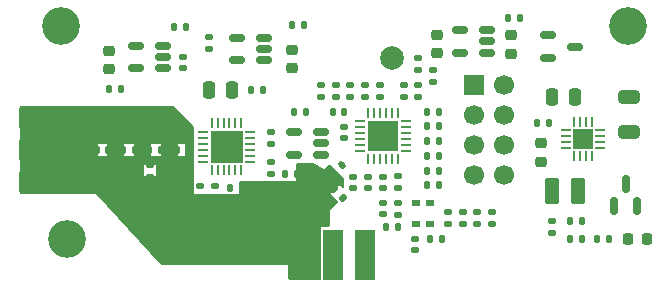
<source format=gbr>
%TF.GenerationSoftware,KiCad,Pcbnew,9.0.1-1.fc42*%
%TF.CreationDate,2025-04-12T13:57:24+02:00*%
%TF.ProjectId,ADF4158_PCB,41444634-3135-4385-9f50-43422e6b6963,rev?*%
%TF.SameCoordinates,Original*%
%TF.FileFunction,Soldermask,Top*%
%TF.FilePolarity,Negative*%
%FSLAX46Y46*%
G04 Gerber Fmt 4.6, Leading zero omitted, Abs format (unit mm)*
G04 Created by KiCad (PCBNEW 9.0.1-1.fc42) date 2025-04-12 13:57:24*
%MOMM*%
%LPD*%
G01*
G04 APERTURE LIST*
G04 Aperture macros list*
%AMRoundRect*
0 Rectangle with rounded corners*
0 $1 Rounding radius*
0 $2 $3 $4 $5 $6 $7 $8 $9 X,Y pos of 4 corners*
0 Add a 4 corners polygon primitive as box body*
4,1,4,$2,$3,$4,$5,$6,$7,$8,$9,$2,$3,0*
0 Add four circle primitives for the rounded corners*
1,1,$1+$1,$2,$3*
1,1,$1+$1,$4,$5*
1,1,$1+$1,$6,$7*
1,1,$1+$1,$8,$9*
0 Add four rect primitives between the rounded corners*
20,1,$1+$1,$2,$3,$4,$5,0*
20,1,$1+$1,$4,$5,$6,$7,0*
20,1,$1+$1,$6,$7,$8,$9,0*
20,1,$1+$1,$8,$9,$2,$3,0*%
G04 Aperture macros list end*
%ADD10C,3.200000*%
%ADD11RoundRect,0.062500X0.325000X0.062500X-0.325000X0.062500X-0.325000X-0.062500X0.325000X-0.062500X0*%
%ADD12RoundRect,0.062500X0.062500X0.325000X-0.062500X0.325000X-0.062500X-0.325000X0.062500X-0.325000X0*%
%ADD13R,2.800000X2.800000*%
%ADD14RoundRect,0.140000X0.140000X0.170000X-0.140000X0.170000X-0.140000X-0.170000X0.140000X-0.170000X0*%
%ADD15RoundRect,0.135000X0.135000X0.185000X-0.135000X0.185000X-0.135000X-0.185000X0.135000X-0.185000X0*%
%ADD16RoundRect,0.140000X0.170000X-0.140000X0.170000X0.140000X-0.170000X0.140000X-0.170000X-0.140000X0*%
%ADD17R,0.800000X0.600000*%
%ADD18RoundRect,0.140000X-0.170000X0.140000X-0.170000X-0.140000X0.170000X-0.140000X0.170000X0.140000X0*%
%ADD19RoundRect,0.150000X0.512500X0.150000X-0.512500X0.150000X-0.512500X-0.150000X0.512500X-0.150000X0*%
%ADD20C,2.000000*%
%ADD21RoundRect,0.250000X0.375000X0.850000X-0.375000X0.850000X-0.375000X-0.850000X0.375000X-0.850000X0*%
%ADD22R,1.800000X4.200000*%
%ADD23RoundRect,0.135000X-0.185000X0.135000X-0.185000X-0.135000X0.185000X-0.135000X0.185000X0.135000X0*%
%ADD24RoundRect,0.062500X-0.375000X-0.062500X0.375000X-0.062500X0.375000X0.062500X-0.375000X0.062500X0*%
%ADD25RoundRect,0.062500X-0.062500X-0.375000X0.062500X-0.375000X0.062500X0.375000X-0.062500X0.375000X0*%
%ADD26R,2.500000X2.500000*%
%ADD27RoundRect,0.135000X-0.135000X-0.185000X0.135000X-0.185000X0.135000X0.185000X-0.135000X0.185000X0*%
%ADD28RoundRect,0.250000X-0.650000X0.325000X-0.650000X-0.325000X0.650000X-0.325000X0.650000X0.325000X0*%
%ADD29RoundRect,0.135000X0.185000X-0.135000X0.185000X0.135000X-0.185000X0.135000X-0.185000X-0.135000X0*%
%ADD30RoundRect,0.218750X0.218750X0.256250X-0.218750X0.256250X-0.218750X-0.256250X0.218750X-0.256250X0*%
%ADD31RoundRect,0.150000X-0.512500X-0.150000X0.512500X-0.150000X0.512500X0.150000X-0.512500X0.150000X0*%
%ADD32RoundRect,0.150000X0.150000X-0.587500X0.150000X0.587500X-0.150000X0.587500X-0.150000X-0.587500X0*%
%ADD33RoundRect,0.062500X0.062500X-0.350000X0.062500X0.350000X-0.062500X0.350000X-0.062500X-0.350000X0*%
%ADD34RoundRect,0.062500X0.350000X-0.062500X0.350000X0.062500X-0.350000X0.062500X-0.350000X-0.062500X0*%
%ADD35R,1.680000X1.680000*%
%ADD36RoundRect,0.135000X0.226274X0.035355X0.035355X0.226274X-0.226274X-0.035355X-0.035355X-0.226274X0*%
%ADD37R,4.200000X1.800000*%
%ADD38RoundRect,0.225000X0.250000X-0.225000X0.250000X0.225000X-0.250000X0.225000X-0.250000X-0.225000X0*%
%ADD39RoundRect,0.250000X0.250000X0.475000X-0.250000X0.475000X-0.250000X-0.475000X0.250000X-0.475000X0*%
%ADD40RoundRect,0.140000X-0.140000X-0.170000X0.140000X-0.170000X0.140000X0.170000X-0.140000X0.170000X0*%
%ADD41RoundRect,0.140000X-0.021213X0.219203X-0.219203X0.021213X0.021213X-0.219203X0.219203X-0.021213X0*%
%ADD42R,1.700000X1.700000*%
%ADD43C,1.700000*%
G04 APERTURE END LIST*
D10*
%TO.C,REF\u002A\u002A*%
X174000000Y-91500000D03*
%TD*%
%TO.C,REF\u002A\u002A*%
X126000000Y-91500000D03*
%TD*%
%TO.C,REF\u002A\u002A*%
X126500000Y-109500000D03*
%TD*%
D11*
%TO.C,U4*%
X142000000Y-102987500D03*
X142000000Y-102487500D03*
X142000000Y-101987500D03*
X142000000Y-101487500D03*
X142000000Y-100987500D03*
X142000000Y-100487500D03*
D12*
X141262500Y-99750000D03*
X140762500Y-99750000D03*
X140262500Y-99750000D03*
X139762500Y-99750000D03*
X139262500Y-99750000D03*
X138762500Y-99750000D03*
D11*
X138025000Y-100487500D03*
X138025000Y-100987500D03*
X138025000Y-101487500D03*
X138025000Y-101987500D03*
X138025000Y-102487500D03*
X138025000Y-102987500D03*
D12*
X138762500Y-103725000D03*
X139262500Y-103725000D03*
X139762500Y-103725000D03*
X140262500Y-103725000D03*
X140762500Y-103725000D03*
X141262500Y-103725000D03*
D13*
X140012500Y-101737500D03*
%TD*%
D14*
%TO.C,C19*%
X136750000Y-102000000D03*
X135790000Y-102000000D03*
%TD*%
D15*
%TO.C,R25*%
X158010000Y-101250000D03*
X156990000Y-101250000D03*
%TD*%
%TO.C,R19*%
X154520000Y-108500000D03*
X153500000Y-108500000D03*
%TD*%
D16*
%TO.C,C9*%
X149250000Y-97500000D03*
X149250000Y-96540000D03*
%TD*%
D17*
%TO.C,Y1*%
X157250000Y-108250000D03*
X157250000Y-106450000D03*
X156050000Y-106450000D03*
X156050000Y-108250000D03*
%TD*%
D18*
%TO.C,C8*%
X138550000Y-92450000D03*
X138550000Y-93410000D03*
%TD*%
D16*
%TO.C,C20*%
X150750000Y-105210000D03*
X150750000Y-104250000D03*
%TD*%
D15*
%TO.C,R13*%
X164835000Y-90800000D03*
X163815000Y-90800000D03*
%TD*%
D19*
%TO.C,U5*%
X148000000Y-102400000D03*
X148000000Y-101450000D03*
X148000000Y-100500000D03*
X145725000Y-100500000D03*
X145725000Y-102400000D03*
%TD*%
D20*
%TO.C,TP1*%
X154000000Y-94250000D03*
%TD*%
D15*
%TO.C,R6*%
X136620000Y-91600000D03*
X135600000Y-91600000D03*
%TD*%
%TO.C,R26*%
X170120000Y-109500000D03*
X169100000Y-109500000D03*
%TD*%
D14*
%TO.C,C21*%
X130000000Y-102000000D03*
X129040000Y-102000000D03*
%TD*%
D21*
%TO.C,L1*%
X169750000Y-105500000D03*
X167600000Y-105500000D03*
%TD*%
D18*
%TO.C,C28*%
X158750000Y-107290000D03*
X158750000Y-108250000D03*
%TD*%
D22*
%TO.C,J3*%
X149000000Y-110900000D03*
X151700000Y-110900000D03*
X146300000Y-110900000D03*
%TD*%
D14*
%TO.C,C23*%
X145960000Y-104000000D03*
X145000000Y-104000000D03*
%TD*%
D23*
%TO.C,R12*%
X157500000Y-95250000D03*
X157500000Y-96270000D03*
%TD*%
D15*
%TO.C,R4*%
X146570000Y-91450000D03*
X145550000Y-91450000D03*
%TD*%
D24*
%TO.C,U6*%
X151312500Y-99575000D03*
X151312500Y-100075000D03*
X151312500Y-100575000D03*
X151312500Y-101075000D03*
X151312500Y-101575000D03*
X151312500Y-102075000D03*
D25*
X152000000Y-102762500D03*
X152500000Y-102762500D03*
X153000000Y-102762500D03*
X153500000Y-102762500D03*
X154000000Y-102762500D03*
X154500000Y-102762500D03*
D24*
X155187500Y-102075000D03*
X155187500Y-101575000D03*
X155187500Y-101075000D03*
X155187500Y-100575000D03*
X155187500Y-100075000D03*
X155187500Y-99575000D03*
D25*
X154500000Y-98887500D03*
X154000000Y-98887500D03*
X153500000Y-98887500D03*
X153000000Y-98887500D03*
X152500000Y-98887500D03*
X152000000Y-98887500D03*
D26*
X153250000Y-100825000D03*
%TD*%
D27*
%TO.C,R8*%
X166330000Y-99750000D03*
X167350000Y-99750000D03*
%TD*%
%TO.C,R27*%
X157250000Y-109500000D03*
X158270000Y-109500000D03*
%TD*%
D19*
%TO.C,U3*%
X162025000Y-93750000D03*
X162025000Y-92800000D03*
X162025000Y-91850000D03*
X159750000Y-91850000D03*
X159750000Y-93750000D03*
%TD*%
D15*
%TO.C,R28*%
X158010000Y-103750000D03*
X156990000Y-103750000D03*
%TD*%
D18*
%TO.C,C29*%
X156000000Y-109500000D03*
X156000000Y-110460000D03*
%TD*%
%TO.C,C13*%
X156250000Y-96520000D03*
X156250000Y-97480000D03*
%TD*%
D23*
%TO.C,R1*%
X148000000Y-96500000D03*
X148000000Y-97520000D03*
%TD*%
D15*
%TO.C,R29*%
X170120000Y-108000000D03*
X169100000Y-108000000D03*
%TD*%
D16*
%TO.C,C26*%
X152000000Y-105210000D03*
X152000000Y-104250000D03*
%TD*%
D15*
%TO.C,R10*%
X158030000Y-100000000D03*
X157010000Y-100000000D03*
%TD*%
D19*
%TO.C,U1*%
X143187500Y-94400000D03*
X143187500Y-93450000D03*
X143187500Y-92500000D03*
X140912500Y-92500000D03*
X140912500Y-94400000D03*
%TD*%
D28*
%TO.C,C12*%
X174100000Y-97500000D03*
X174100000Y-100450000D03*
%TD*%
D23*
%TO.C,R24*%
X154500000Y-106480000D03*
X154500000Y-107500000D03*
%TD*%
%TO.C,R30*%
X167600000Y-107990000D03*
X167600000Y-109010000D03*
%TD*%
D29*
%TO.C,R31*%
X160000000Y-108250000D03*
X160000000Y-107230000D03*
%TD*%
D19*
%TO.C,U2*%
X134600000Y-95100000D03*
X134600000Y-94150000D03*
X134600000Y-93200000D03*
X132325000Y-93200000D03*
X132325000Y-95100000D03*
%TD*%
D30*
%TO.C,D1*%
X175600000Y-109500000D03*
X174025000Y-109500000D03*
%TD*%
D31*
%TO.C,Q1*%
X167225000Y-92300000D03*
X167225000Y-94200000D03*
X169500000Y-93250000D03*
%TD*%
D32*
%TO.C,Q2*%
X172850000Y-106750000D03*
X174750000Y-106750000D03*
X173800000Y-104875000D03*
%TD*%
D15*
%TO.C,R32*%
X158010000Y-105000000D03*
X156990000Y-105000000D03*
%TD*%
D29*
%TO.C,R18*%
X133500000Y-104270000D03*
X133500000Y-103250000D03*
%TD*%
D15*
%TO.C,R33*%
X158030000Y-102500000D03*
X157010000Y-102500000D03*
%TD*%
D33*
%TO.C,U7*%
X169430000Y-102542500D03*
X169930000Y-102542500D03*
X170430000Y-102542500D03*
X170930000Y-102542500D03*
D34*
X171642500Y-101830000D03*
X171642500Y-101330000D03*
X171642500Y-100830000D03*
X171642500Y-100330000D03*
D33*
X170930000Y-99617500D03*
X170430000Y-99617500D03*
X169930000Y-99617500D03*
X169430000Y-99617500D03*
D34*
X168717500Y-100330000D03*
X168717500Y-100830000D03*
X168717500Y-101330000D03*
X168717500Y-101830000D03*
D35*
X170180000Y-101080000D03*
%TD*%
D18*
%TO.C,C11*%
X155000000Y-96540000D03*
X155000000Y-97500000D03*
%TD*%
D36*
%TO.C,R15*%
X149860624Y-106060624D03*
X149139376Y-105339376D03*
%TD*%
D37*
%TO.C,J2*%
X124600000Y-102000000D03*
X124600000Y-104700000D03*
X124600000Y-99300000D03*
%TD*%
D29*
%TO.C,R11*%
X156250000Y-95250000D03*
X156250000Y-94230000D03*
%TD*%
D15*
%TO.C,R2*%
X146770000Y-98750000D03*
X145750000Y-98750000D03*
%TD*%
D27*
%TO.C,R3*%
X142050000Y-96950000D03*
X143070000Y-96950000D03*
%TD*%
D23*
%TO.C,R14*%
X143750000Y-100500000D03*
X143750000Y-101520000D03*
%TD*%
D38*
%TO.C,C3*%
X145550000Y-95050000D03*
X145550000Y-93500000D03*
%TD*%
D39*
%TO.C,C4*%
X140450000Y-96950000D03*
X138550000Y-96950000D03*
%TD*%
D16*
%TO.C,C5*%
X136300000Y-95100000D03*
X136300000Y-94140000D03*
%TD*%
D18*
%TO.C,C6*%
X151750000Y-96540000D03*
X151750000Y-97500000D03*
%TD*%
D15*
%TO.C,R34*%
X172370000Y-109500000D03*
X171350000Y-109500000D03*
%TD*%
D38*
%TO.C,C30*%
X166600000Y-103000000D03*
X166600000Y-101450000D03*
%TD*%
%TO.C,C16*%
X157825000Y-93800000D03*
X157825000Y-92250000D03*
%TD*%
%TO.C,C10*%
X130100000Y-95150000D03*
X130100000Y-93600000D03*
%TD*%
D40*
%TO.C,C18*%
X140332500Y-105250000D03*
X141292500Y-105250000D03*
%TD*%
D41*
%TO.C,C17*%
X149750000Y-103250000D03*
X149071178Y-103928822D03*
%TD*%
D23*
%TO.C,R17*%
X143750000Y-103000000D03*
X143750000Y-104020000D03*
%TD*%
D15*
%TO.C,R16*%
X132270000Y-102010000D03*
X131250000Y-102010000D03*
%TD*%
D42*
%TO.C,J1*%
X161000000Y-96500000D03*
D43*
X163540000Y-96500000D03*
X161000000Y-99040000D03*
X163540000Y-99040000D03*
X161000000Y-101580000D03*
X163540000Y-101580000D03*
X161000000Y-104120000D03*
X163540000Y-104120000D03*
%TD*%
D29*
%TO.C,R22*%
X161250000Y-108250000D03*
X161250000Y-107230000D03*
%TD*%
D27*
%TO.C,R9*%
X157010000Y-98750000D03*
X158030000Y-98750000D03*
%TD*%
D16*
%TO.C,C27*%
X139000000Y-105980000D03*
X139000000Y-105020000D03*
%TD*%
D14*
%TO.C,C7*%
X150000000Y-98750000D03*
X149040000Y-98750000D03*
%TD*%
D23*
%TO.C,R21*%
X162500000Y-107240000D03*
X162500000Y-108260000D03*
%TD*%
%TO.C,R5*%
X150500000Y-96480000D03*
X150500000Y-97500000D03*
%TD*%
D16*
%TO.C,C2*%
X150000000Y-100980000D03*
X150000000Y-100020000D03*
%TD*%
%TO.C,C25*%
X153250000Y-105230000D03*
X153250000Y-104270000D03*
%TD*%
D38*
%TO.C,C14*%
X164075000Y-93850000D03*
X164075000Y-92300000D03*
%TD*%
D16*
%TO.C,C24*%
X153250000Y-107460000D03*
X153250000Y-106500000D03*
%TD*%
D15*
%TO.C,R20*%
X134500000Y-102010000D03*
X133480000Y-102010000D03*
%TD*%
D16*
%TO.C,C22*%
X137750000Y-106000000D03*
X137750000Y-105040000D03*
%TD*%
D18*
%TO.C,C1*%
X153000000Y-96540000D03*
X153000000Y-97500000D03*
%TD*%
D39*
%TO.C,C15*%
X169500000Y-97500000D03*
X167600000Y-97500000D03*
%TD*%
D27*
%TO.C,R7*%
X130080000Y-96800000D03*
X131100000Y-96800000D03*
%TD*%
D23*
%TO.C,R23*%
X154500000Y-104230000D03*
X154500000Y-105250000D03*
%TD*%
G36*
X135515677Y-98269685D02*
G01*
X135536319Y-98286319D01*
X137213681Y-99963681D01*
X137247166Y-100025004D01*
X137250000Y-100051362D01*
X137250000Y-105750000D01*
X141100000Y-105750000D01*
X141100000Y-104724000D01*
X141119685Y-104656961D01*
X141172489Y-104611206D01*
X141224000Y-104600000D01*
X145900000Y-104600000D01*
X145900000Y-103224000D01*
X145919685Y-103156961D01*
X145972489Y-103111206D01*
X146024000Y-103100000D01*
X147270728Y-103100000D01*
X147326183Y-103113091D01*
X148300000Y-103600000D01*
X148300000Y-103599999D01*
X148615755Y-103284244D01*
X148677078Y-103250759D01*
X148746769Y-103255743D01*
X148787543Y-103280809D01*
X149960107Y-104363175D01*
X149996016Y-104423111D01*
X150000000Y-104454291D01*
X150000000Y-105137506D01*
X149980315Y-105204545D01*
X149927511Y-105250300D01*
X149858353Y-105260244D01*
X149794797Y-105231219D01*
X149780741Y-105216889D01*
X149599999Y-105000000D01*
X148799999Y-105700000D01*
X149427820Y-106327820D01*
X149461305Y-106389143D01*
X149456321Y-106458834D01*
X149422057Y-106508589D01*
X148750000Y-107100000D01*
X148750000Y-108376000D01*
X148730315Y-108443039D01*
X148677511Y-108488794D01*
X148626000Y-108500000D01*
X148000000Y-108500000D01*
X148000000Y-112876000D01*
X147980315Y-112943039D01*
X147927511Y-112988794D01*
X147876000Y-113000000D01*
X145374000Y-113000000D01*
X145306961Y-112980315D01*
X145261206Y-112927511D01*
X145250000Y-112876000D01*
X145250000Y-111750000D01*
X134592754Y-111750000D01*
X134525715Y-111730315D01*
X134501638Y-111710107D01*
X128999999Y-105750000D01*
X122624000Y-105750000D01*
X122556961Y-105730315D01*
X122511206Y-105677511D01*
X122500000Y-105626000D01*
X122500000Y-104200000D01*
X133000000Y-104200000D01*
X134000000Y-104200000D01*
X134000000Y-103300000D01*
X133000000Y-103300000D01*
X133000000Y-104200000D01*
X122500000Y-104200000D01*
X122500000Y-102500000D01*
X129100000Y-102500000D01*
X129900000Y-102500000D01*
X131300000Y-102500000D01*
X132200000Y-102500000D01*
X133600000Y-102500000D01*
X134500000Y-102500000D01*
X135900000Y-102500000D01*
X136500000Y-102500000D01*
X136500000Y-101500000D01*
X135900000Y-101500000D01*
X135900000Y-102500000D01*
X134500000Y-102500000D01*
X134500000Y-101500000D01*
X133600000Y-101500000D01*
X133600000Y-102500000D01*
X132200000Y-102500000D01*
X132200000Y-101500000D01*
X131300000Y-101500000D01*
X131300000Y-102500000D01*
X129900000Y-102500000D01*
X129900000Y-101500000D01*
X129100000Y-101500000D01*
X129100000Y-102500000D01*
X122500000Y-102500000D01*
X122500000Y-98374000D01*
X122519685Y-98306961D01*
X122572489Y-98261206D01*
X122624000Y-98250000D01*
X135448638Y-98250000D01*
X135515677Y-98269685D01*
G37*
M02*

</source>
